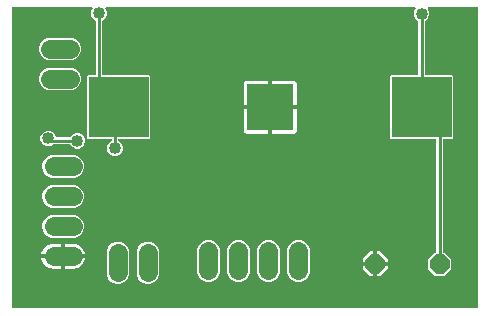
<source format=gbl>
G04 EAGLE Gerber RS-274X export*
G75*
%MOIN*%
%FSLAX36Y36*%
%LPD*%
%INBottom Copper Layer*%
%IPPOS*%
%AMOC8*
5,1,8,0,0,1.08239X$1,22.5*%
G01*
%ADD10C,0.003000*%
%ADD11P,0.069273X8X22.500000*%
%ADD12C,0.064000*%
%ADD13R,0.155906X0.155906*%
%ADD14R,0.200000X0.200000*%
%ADD15C,0.040000*%
%ADD16C,0.010000*%
%ADD17C,0.006000*%
%ADD18C,0.041654*%

G36*
X1561880Y10013D02*
X1561880Y10013D01*
X1561957Y10005D01*
X1562357Y10091D01*
X1562759Y10157D01*
X1562828Y10193D01*
X1562904Y10210D01*
X1563255Y10419D01*
X1563615Y10610D01*
X1563669Y10666D01*
X1563735Y10706D01*
X1564001Y11016D01*
X1564283Y11312D01*
X1564316Y11383D01*
X1564366Y11442D01*
X1564519Y11820D01*
X1564691Y12191D01*
X1564700Y12268D01*
X1564729Y12340D01*
X1564802Y13000D01*
X1564802Y1010622D01*
X1564790Y1010699D01*
X1564798Y1010776D01*
X1564712Y1011175D01*
X1564646Y1011578D01*
X1564610Y1011647D01*
X1564593Y1011722D01*
X1564384Y1012074D01*
X1564193Y1012434D01*
X1564137Y1012488D01*
X1564097Y1012554D01*
X1563787Y1012820D01*
X1563491Y1013102D01*
X1563420Y1013134D01*
X1563361Y1013185D01*
X1562983Y1013338D01*
X1562612Y1013510D01*
X1562535Y1013519D01*
X1562463Y1013548D01*
X1561803Y1013621D01*
X1399341Y1013621D01*
X1399063Y1013576D01*
X1398781Y1013569D01*
X1398588Y1013498D01*
X1398385Y1013465D01*
X1398136Y1013333D01*
X1397871Y1013236D01*
X1397710Y1013108D01*
X1397529Y1013012D01*
X1397335Y1012807D01*
X1397114Y1012631D01*
X1397003Y1012459D01*
X1396862Y1012310D01*
X1396743Y1012054D01*
X1396590Y1011817D01*
X1396540Y1011617D01*
X1396453Y1011431D01*
X1396422Y1011151D01*
X1396353Y1010877D01*
X1396369Y1010673D01*
X1396346Y1010468D01*
X1396406Y1010193D01*
X1396427Y1009912D01*
X1396508Y1009723D01*
X1396551Y1009522D01*
X1396696Y1009279D01*
X1396806Y1009020D01*
X1396982Y1008800D01*
X1397047Y1008690D01*
X1397118Y1008629D01*
X1397220Y1008501D01*
X1398617Y1007105D01*
X1402575Y997548D01*
X1402575Y987204D01*
X1398617Y977648D01*
X1391303Y970334D01*
X1389427Y969557D01*
X1389037Y969316D01*
X1388813Y969182D01*
X1388762Y969155D01*
X1388755Y969147D01*
X1388642Y969080D01*
X1388625Y969060D01*
X1388604Y969047D01*
X1388311Y968694D01*
X1388194Y968557D01*
X1388095Y968453D01*
X1388084Y968428D01*
X1388012Y968344D01*
X1388002Y968320D01*
X1387986Y968300D01*
X1387822Y967873D01*
X1387794Y967806D01*
X1387687Y967574D01*
X1387681Y967526D01*
X1387649Y967446D01*
X1387646Y967415D01*
X1387638Y967396D01*
X1387635Y967320D01*
X1387575Y966786D01*
X1387575Y790102D01*
X1387588Y790026D01*
X1387579Y789949D01*
X1387666Y789549D01*
X1387732Y789146D01*
X1387768Y789078D01*
X1387785Y789002D01*
X1387994Y788651D01*
X1388185Y788290D01*
X1388241Y788237D01*
X1388281Y788170D01*
X1388591Y787904D01*
X1388887Y787623D01*
X1388958Y787590D01*
X1389016Y787539D01*
X1389395Y787387D01*
X1389766Y787214D01*
X1389843Y787206D01*
X1389915Y787177D01*
X1390575Y787103D01*
X1479060Y787103D01*
X1482575Y783588D01*
X1482575Y578617D01*
X1479060Y575102D01*
X1450220Y575102D01*
X1450144Y575089D01*
X1450067Y575098D01*
X1449667Y575011D01*
X1449264Y574945D01*
X1449196Y574909D01*
X1449120Y574892D01*
X1448769Y574683D01*
X1448408Y574492D01*
X1448355Y574436D01*
X1448288Y574396D01*
X1448023Y574086D01*
X1447741Y573790D01*
X1447708Y573719D01*
X1447658Y573661D01*
X1447505Y573282D01*
X1447332Y572911D01*
X1447324Y572834D01*
X1447295Y572762D01*
X1447221Y572102D01*
X1447221Y198874D01*
X1447228Y198830D01*
X1447225Y198800D01*
X1447231Y198773D01*
X1447225Y198720D01*
X1447312Y198320D01*
X1447378Y197918D01*
X1447414Y197849D01*
X1447430Y197773D01*
X1447640Y197422D01*
X1447831Y197062D01*
X1447887Y197008D01*
X1447927Y196942D01*
X1448236Y196676D01*
X1448533Y196394D01*
X1448603Y196361D01*
X1448662Y196311D01*
X1449041Y196158D01*
X1449411Y195986D01*
X1449488Y195977D01*
X1449560Y195948D01*
X1450220Y195875D01*
X1451961Y195875D01*
X1474221Y173614D01*
X1474221Y142134D01*
X1451961Y119873D01*
X1420480Y119873D01*
X1398220Y142134D01*
X1398220Y173614D01*
X1420480Y195875D01*
X1422220Y195875D01*
X1422297Y195887D01*
X1422374Y195879D01*
X1422774Y195965D01*
X1423177Y196031D01*
X1423245Y196067D01*
X1423321Y196084D01*
X1423672Y196293D01*
X1424033Y196484D01*
X1424086Y196540D01*
X1424153Y196580D01*
X1424418Y196890D01*
X1424700Y197186D01*
X1424733Y197257D01*
X1424783Y197316D01*
X1424936Y197694D01*
X1425109Y198065D01*
X1425117Y198142D01*
X1425146Y198214D01*
X1425220Y198874D01*
X1425220Y572102D01*
X1425207Y572179D01*
X1425216Y572256D01*
X1425129Y572656D01*
X1425063Y573058D01*
X1425027Y573127D01*
X1425011Y573203D01*
X1424801Y573554D01*
X1424610Y573915D01*
X1424554Y573968D01*
X1424514Y574035D01*
X1424204Y574300D01*
X1423908Y574582D01*
X1423837Y574615D01*
X1423779Y574665D01*
X1423400Y574818D01*
X1423030Y574990D01*
X1422952Y574999D01*
X1422881Y575028D01*
X1422220Y575102D01*
X1274089Y575102D01*
X1270574Y578617D01*
X1270574Y783588D01*
X1274089Y787103D01*
X1362575Y787103D01*
X1362651Y787116D01*
X1362728Y787107D01*
X1363128Y787194D01*
X1363531Y787259D01*
X1363599Y787296D01*
X1363675Y787312D01*
X1364026Y787522D01*
X1364387Y787712D01*
X1364440Y787769D01*
X1364507Y787808D01*
X1364773Y788118D01*
X1365054Y788415D01*
X1365087Y788485D01*
X1365138Y788544D01*
X1365290Y788923D01*
X1365463Y789293D01*
X1365471Y789370D01*
X1365500Y789442D01*
X1365574Y790102D01*
X1365574Y966786D01*
X1365563Y966854D01*
X1365570Y966919D01*
X1365498Y967251D01*
X1365433Y967694D01*
X1365422Y967717D01*
X1365418Y967742D01*
X1365374Y967825D01*
X1365365Y967866D01*
X1365253Y968053D01*
X1365203Y968147D01*
X1364995Y968557D01*
X1364977Y968576D01*
X1364965Y968598D01*
X1364880Y968679D01*
X1364869Y968697D01*
X1364783Y968771D01*
X1364632Y968914D01*
X1364304Y969236D01*
X1364277Y969251D01*
X1364262Y969266D01*
X1364192Y969298D01*
X1363723Y969557D01*
X1361847Y970334D01*
X1354532Y977648D01*
X1350574Y987204D01*
X1350574Y997548D01*
X1354532Y1007105D01*
X1355929Y1008501D01*
X1356093Y1008730D01*
X1356288Y1008935D01*
X1356375Y1009121D01*
X1356494Y1009288D01*
X1356578Y1009557D01*
X1356696Y1009813D01*
X1356719Y1010017D01*
X1356780Y1010214D01*
X1356772Y1010495D01*
X1356804Y1010776D01*
X1356760Y1010977D01*
X1356755Y1011182D01*
X1356658Y1011446D01*
X1356598Y1011722D01*
X1356493Y1011899D01*
X1356423Y1012092D01*
X1356247Y1012312D01*
X1356102Y1012554D01*
X1355946Y1012688D01*
X1355818Y1012849D01*
X1355580Y1013001D01*
X1355367Y1013185D01*
X1355176Y1013262D01*
X1355003Y1013373D01*
X1354730Y1013442D01*
X1354468Y1013548D01*
X1354188Y1013579D01*
X1354064Y1013610D01*
X1353971Y1013603D01*
X1353808Y1013621D01*
X324813Y1013621D01*
X324535Y1013576D01*
X324253Y1013569D01*
X324060Y1013498D01*
X323857Y1013465D01*
X323608Y1013333D01*
X323343Y1013236D01*
X323183Y1013108D01*
X323001Y1013012D01*
X322807Y1012808D01*
X322587Y1012631D01*
X322475Y1012458D01*
X322334Y1012310D01*
X322215Y1012054D01*
X322062Y1011817D01*
X322012Y1011617D01*
X321925Y1011431D01*
X321894Y1011151D01*
X321825Y1010877D01*
X321841Y1010673D01*
X321818Y1010468D01*
X321878Y1010193D01*
X321900Y1009912D01*
X321980Y1009722D01*
X322023Y1009522D01*
X322168Y1009280D01*
X322278Y1009020D01*
X322454Y1008800D01*
X322520Y1008690D01*
X322591Y1008629D01*
X322693Y1008501D01*
X323220Y1007974D01*
X327178Y998418D01*
X327178Y988074D01*
X323220Y978518D01*
X315906Y971204D01*
X314030Y970427D01*
X313640Y970185D01*
X313245Y969949D01*
X313228Y969930D01*
X313206Y969916D01*
X312914Y969563D01*
X312615Y969214D01*
X312605Y969190D01*
X312589Y969170D01*
X312424Y968743D01*
X312252Y968316D01*
X312248Y968285D01*
X312241Y968266D01*
X312238Y968189D01*
X312178Y967656D01*
X312178Y790102D01*
X312191Y790026D01*
X312182Y789949D01*
X312269Y789549D01*
X312335Y789146D01*
X312371Y789078D01*
X312387Y789002D01*
X312597Y788651D01*
X312788Y788290D01*
X312844Y788237D01*
X312884Y788170D01*
X313193Y787904D01*
X313490Y787623D01*
X313560Y787590D01*
X313619Y787539D01*
X313998Y787387D01*
X314368Y787214D01*
X314445Y787206D01*
X314517Y787177D01*
X315177Y787103D01*
X469218Y787103D01*
X472733Y783588D01*
X472733Y578617D01*
X469218Y575102D01*
X368331Y575102D01*
X368254Y575089D01*
X368177Y575098D01*
X367777Y575011D01*
X367375Y574945D01*
X367306Y574909D01*
X367230Y574892D01*
X366879Y574683D01*
X366518Y574492D01*
X366465Y574436D01*
X366398Y574396D01*
X366133Y574086D01*
X365851Y573790D01*
X365818Y573719D01*
X365768Y573661D01*
X365615Y573282D01*
X365443Y572911D01*
X365434Y572834D01*
X365405Y572762D01*
X365331Y572102D01*
X365331Y568897D01*
X365406Y568443D01*
X365472Y567990D01*
X365484Y567967D01*
X365488Y567941D01*
X365703Y567534D01*
X365910Y567126D01*
X365929Y567108D01*
X365941Y567085D01*
X366273Y566769D01*
X366601Y566447D01*
X366628Y566432D01*
X366643Y566418D01*
X366713Y566385D01*
X367183Y566126D01*
X369059Y565349D01*
X376373Y558035D01*
X380331Y548479D01*
X380331Y538135D01*
X376373Y528579D01*
X369059Y521265D01*
X359503Y517306D01*
X349159Y517306D01*
X339602Y521265D01*
X332288Y528579D01*
X328330Y538135D01*
X328330Y548479D01*
X332288Y558035D01*
X339602Y565349D01*
X341478Y566126D01*
X341868Y566368D01*
X342263Y566604D01*
X342280Y566623D01*
X342302Y566637D01*
X342594Y566990D01*
X342893Y567339D01*
X342903Y567363D01*
X342920Y567383D01*
X343084Y567810D01*
X343256Y568237D01*
X343260Y568268D01*
X343267Y568287D01*
X343271Y568364D01*
X343330Y568897D01*
X343330Y572102D01*
X343317Y572179D01*
X343326Y572256D01*
X343239Y572656D01*
X343173Y573058D01*
X343137Y573127D01*
X343121Y573203D01*
X342911Y573554D01*
X342720Y573915D01*
X342664Y573968D01*
X342625Y574035D01*
X342315Y574300D01*
X342018Y574582D01*
X341948Y574615D01*
X341889Y574665D01*
X341510Y574818D01*
X341140Y574990D01*
X341063Y574999D01*
X340991Y575028D01*
X340331Y575102D01*
X264247Y575102D01*
X260732Y578617D01*
X260732Y783588D01*
X264247Y787103D01*
X287178Y787103D01*
X287254Y787116D01*
X287331Y787107D01*
X287731Y787194D01*
X288134Y787259D01*
X288202Y787296D01*
X288278Y787312D01*
X288629Y787522D01*
X288990Y787712D01*
X289043Y787769D01*
X289110Y787808D01*
X289375Y788118D01*
X289657Y788415D01*
X289690Y788485D01*
X289740Y788544D01*
X289893Y788923D01*
X290066Y789293D01*
X290074Y789370D01*
X290103Y789442D01*
X290177Y790102D01*
X290177Y967656D01*
X290102Y968110D01*
X290036Y968563D01*
X290024Y968586D01*
X290020Y968612D01*
X289806Y969017D01*
X289598Y969427D01*
X289579Y969445D01*
X289567Y969468D01*
X289235Y969784D01*
X288907Y970106D01*
X288880Y970121D01*
X288865Y970135D01*
X288795Y970168D01*
X288325Y970427D01*
X286449Y971204D01*
X279135Y978518D01*
X275177Y988074D01*
X275177Y998418D01*
X279135Y1007974D01*
X279662Y1008501D01*
X279827Y1008730D01*
X280021Y1008935D01*
X280108Y1009121D01*
X280228Y1009288D01*
X280311Y1009558D01*
X280430Y1009813D01*
X280452Y1010017D01*
X280513Y1010213D01*
X280506Y1010495D01*
X280537Y1010776D01*
X280493Y1010977D01*
X280488Y1011182D01*
X280391Y1011447D01*
X280332Y1011722D01*
X280226Y1011899D01*
X280156Y1012092D01*
X279980Y1012312D01*
X279835Y1012554D01*
X279679Y1012688D01*
X279551Y1012849D01*
X279314Y1013001D01*
X279100Y1013185D01*
X278909Y1013262D01*
X278736Y1013373D01*
X278463Y1013442D01*
X278202Y1013548D01*
X277922Y1013579D01*
X277797Y1013610D01*
X277704Y1013603D01*
X277541Y1013621D01*
X13000Y1013621D01*
X12923Y1013609D01*
X12846Y1013617D01*
X12446Y1013531D01*
X12044Y1013465D01*
X11975Y1013429D01*
X11899Y1013412D01*
X11548Y1013203D01*
X11188Y1013012D01*
X11134Y1012956D01*
X11068Y1012916D01*
X10802Y1012606D01*
X10520Y1012310D01*
X10487Y1012239D01*
X10437Y1012180D01*
X10284Y1011802D01*
X10112Y1011431D01*
X10103Y1011354D01*
X10074Y1011282D01*
X10001Y1010622D01*
X10001Y13000D01*
X10013Y12923D01*
X10005Y12846D01*
X10091Y12446D01*
X10157Y12044D01*
X10193Y11975D01*
X10210Y11899D01*
X10419Y11548D01*
X10610Y11188D01*
X10666Y11134D01*
X10706Y11068D01*
X11016Y10802D01*
X11312Y10520D01*
X11383Y10487D01*
X11442Y10437D01*
X11820Y10284D01*
X12191Y10112D01*
X12268Y10103D01*
X12340Y10074D01*
X13000Y10001D01*
X1561803Y10001D01*
X1561880Y10013D01*
G37*
%LPC*%
G36*
X131701Y837196D02*
X131701Y837196D01*
X117734Y842981D01*
X107044Y853671D01*
X101259Y867638D01*
X101259Y882756D01*
X107044Y896722D01*
X117734Y907412D01*
X131701Y913197D01*
X210819Y913197D01*
X224785Y907412D01*
X235475Y896722D01*
X241260Y882756D01*
X241260Y867638D01*
X235475Y853671D01*
X224785Y842981D01*
X210819Y837196D01*
X131701Y837196D01*
G37*
%LPD*%
%LPC*%
G36*
X131701Y737196D02*
X131701Y737196D01*
X117734Y742981D01*
X107044Y753671D01*
X101259Y767638D01*
X101259Y782756D01*
X107044Y796722D01*
X117734Y807412D01*
X131701Y813197D01*
X210819Y813197D01*
X224785Y807412D01*
X235475Y796722D01*
X241260Y782756D01*
X241260Y767638D01*
X235475Y753671D01*
X224785Y742981D01*
X210819Y737196D01*
X131701Y737196D01*
G37*
%LPD*%
%LPC*%
G36*
X141937Y446251D02*
X141937Y446251D01*
X127970Y452036D01*
X117281Y462726D01*
X111495Y476693D01*
X111495Y491811D01*
X117281Y505777D01*
X127970Y516467D01*
X141937Y522253D01*
X221055Y522253D01*
X235022Y516467D01*
X245711Y505777D01*
X251497Y491811D01*
X251497Y476693D01*
X245711Y462726D01*
X235022Y452036D01*
X221055Y446251D01*
X141937Y446251D01*
G37*
%LPD*%
%LPC*%
G36*
X141937Y346251D02*
X141937Y346251D01*
X127970Y352036D01*
X117281Y362726D01*
X111495Y376693D01*
X111495Y391811D01*
X117281Y405777D01*
X127970Y416467D01*
X141937Y422253D01*
X221055Y422253D01*
X235022Y416467D01*
X245711Y405777D01*
X251497Y391811D01*
X251497Y376693D01*
X245711Y362726D01*
X235022Y352036D01*
X221055Y346251D01*
X141937Y346251D01*
G37*
%LPD*%
%LPC*%
G36*
X141937Y246251D02*
X141937Y246251D01*
X127970Y252036D01*
X117281Y262726D01*
X111495Y276693D01*
X111495Y291811D01*
X117281Y305777D01*
X127970Y316467D01*
X141937Y322253D01*
X221055Y322253D01*
X235022Y316467D01*
X245711Y305777D01*
X251497Y291811D01*
X251497Y276693D01*
X245711Y262726D01*
X235022Y252036D01*
X221055Y246251D01*
X141937Y246251D01*
G37*
%LPD*%
%LPC*%
G36*
X958189Y98897D02*
X958189Y98897D01*
X944222Y104682D01*
X933532Y115372D01*
X927747Y129339D01*
X927747Y208457D01*
X933532Y222423D01*
X944222Y233113D01*
X958189Y238898D01*
X973307Y238898D01*
X987273Y233113D01*
X997963Y222423D01*
X1003749Y208457D01*
X1003749Y129339D01*
X997963Y115372D01*
X987273Y104682D01*
X973307Y98897D01*
X958189Y98897D01*
G37*
%LPD*%
%LPC*%
G36*
X858189Y98897D02*
X858189Y98897D01*
X844222Y104682D01*
X833532Y115372D01*
X827747Y129339D01*
X827747Y208457D01*
X833532Y222423D01*
X844222Y233113D01*
X858189Y238898D01*
X873307Y238898D01*
X887273Y233113D01*
X897963Y222423D01*
X903749Y208457D01*
X903749Y129339D01*
X897963Y115372D01*
X887273Y104682D01*
X873307Y98897D01*
X858189Y98897D01*
G37*
%LPD*%
%LPC*%
G36*
X758189Y98897D02*
X758189Y98897D01*
X744222Y104682D01*
X733532Y115372D01*
X727747Y129339D01*
X727747Y208457D01*
X733532Y222423D01*
X744222Y233113D01*
X758189Y238898D01*
X773307Y238898D01*
X787273Y233113D01*
X797963Y222423D01*
X803749Y208457D01*
X803749Y129339D01*
X797963Y115372D01*
X787273Y104682D01*
X773307Y98897D01*
X758189Y98897D01*
G37*
%LPD*%
%LPC*%
G36*
X658189Y98897D02*
X658189Y98897D01*
X644222Y104682D01*
X633532Y115372D01*
X627747Y129339D01*
X627747Y208457D01*
X633532Y222423D01*
X644222Y233113D01*
X658189Y238898D01*
X673307Y238898D01*
X687273Y233113D01*
X697963Y222423D01*
X703749Y208457D01*
X703749Y129339D01*
X697963Y115372D01*
X687273Y104682D01*
X673307Y98897D01*
X658189Y98897D01*
G37*
%LPD*%
%LPC*%
G36*
X456614Y92991D02*
X456614Y92991D01*
X442648Y98777D01*
X431958Y109467D01*
X426172Y123433D01*
X426172Y202551D01*
X431958Y216518D01*
X442648Y227208D01*
X456614Y232993D01*
X471732Y232993D01*
X485699Y227208D01*
X496389Y216518D01*
X502174Y202551D01*
X502174Y123433D01*
X496389Y109467D01*
X485699Y98777D01*
X471732Y92991D01*
X456614Y92991D01*
G37*
%LPD*%
%LPC*%
G36*
X356614Y92991D02*
X356614Y92991D01*
X342648Y98777D01*
X331958Y109467D01*
X326172Y123433D01*
X326172Y202551D01*
X331958Y216518D01*
X342648Y227208D01*
X356614Y232993D01*
X371732Y232993D01*
X385699Y227208D01*
X396389Y216518D01*
X402174Y202551D01*
X402174Y123433D01*
X396389Y109467D01*
X385699Y98777D01*
X371732Y92991D01*
X356614Y92991D01*
G37*
%LPD*%
%LPC*%
G36*
X877652Y687101D02*
X877652Y687101D01*
X877652Y769056D01*
X950923Y769056D01*
X953466Y768374D01*
X955747Y767058D01*
X957609Y765196D01*
X958925Y762915D01*
X959607Y760372D01*
X959607Y687101D01*
X877652Y687101D01*
G37*
%LPD*%
%LPC*%
G36*
X783700Y687101D02*
X783700Y687101D01*
X783700Y760372D01*
X784382Y762915D01*
X785698Y765196D01*
X787560Y767058D01*
X789841Y768374D01*
X792384Y769056D01*
X865654Y769056D01*
X865654Y687101D01*
X783700Y687101D01*
G37*
%LPD*%
%LPC*%
G36*
X877652Y593149D02*
X877652Y593149D01*
X877652Y675103D01*
X959607Y675103D01*
X959607Y601833D01*
X958925Y599289D01*
X957609Y597009D01*
X955747Y595147D01*
X953466Y593830D01*
X950923Y593149D01*
X877652Y593149D01*
G37*
%LPD*%
%LPC*%
G36*
X792384Y593149D02*
X792384Y593149D01*
X789841Y593830D01*
X787560Y595147D01*
X785698Y597009D01*
X784382Y599289D01*
X783700Y601833D01*
X783700Y675103D01*
X865654Y675103D01*
X865654Y593149D01*
X792384Y593149D01*
G37*
%LPD*%
%LPC*%
G36*
X223174Y542897D02*
X223174Y542897D01*
X213618Y546855D01*
X206304Y554169D01*
X205527Y556045D01*
X205286Y556435D01*
X205050Y556830D01*
X205030Y556847D01*
X205017Y556869D01*
X204664Y557161D01*
X204314Y557460D01*
X204290Y557470D01*
X204270Y557486D01*
X203843Y557651D01*
X203416Y557823D01*
X203385Y557827D01*
X203366Y557834D01*
X203290Y557837D01*
X202756Y557897D01*
X151028Y557897D01*
X150674Y557839D01*
X150318Y557812D01*
X150199Y557761D01*
X150072Y557740D01*
X149756Y557573D01*
X149426Y557433D01*
X149298Y557331D01*
X149216Y557287D01*
X149128Y557195D01*
X148907Y557018D01*
X146618Y554729D01*
X137062Y550771D01*
X126718Y550771D01*
X117162Y554729D01*
X109847Y562043D01*
X105889Y571600D01*
X105889Y581944D01*
X109847Y591500D01*
X117162Y598814D01*
X126718Y602772D01*
X137062Y602772D01*
X146618Y598814D01*
X153932Y591500D01*
X157971Y581750D01*
X158212Y581360D01*
X158448Y580965D01*
X158467Y580948D01*
X158481Y580926D01*
X158834Y580634D01*
X159183Y580335D01*
X159207Y580325D01*
X159227Y580309D01*
X159654Y580144D01*
X160081Y579972D01*
X160112Y579968D01*
X160131Y579961D01*
X160208Y579958D01*
X160742Y579898D01*
X202756Y579898D01*
X203211Y579973D01*
X203664Y580039D01*
X203687Y580051D01*
X203712Y580055D01*
X204117Y580269D01*
X204527Y580477D01*
X204546Y580496D01*
X204568Y580508D01*
X204884Y580840D01*
X205206Y581168D01*
X205221Y581195D01*
X205236Y581210D01*
X205268Y581280D01*
X205527Y581750D01*
X206304Y583626D01*
X213618Y590940D01*
X223174Y594898D01*
X233518Y594898D01*
X243075Y590940D01*
X250389Y583626D01*
X254347Y574070D01*
X254347Y563726D01*
X250389Y554169D01*
X243075Y546855D01*
X233518Y542897D01*
X223174Y542897D01*
G37*
%LPD*%
%LPC*%
G36*
X187495Y190251D02*
X187495Y190251D01*
X187495Y226253D01*
X216802Y226253D01*
X223331Y225218D01*
X229618Y223176D01*
X235509Y220174D01*
X240857Y216288D01*
X245532Y211613D01*
X249418Y206265D01*
X252420Y200374D01*
X254462Y194087D01*
X255070Y190251D01*
X187495Y190251D01*
G37*
%LPD*%
%LPC*%
G36*
X107922Y190251D02*
X107922Y190251D01*
X108530Y194087D01*
X110572Y200374D01*
X113574Y206265D01*
X117460Y211613D01*
X122135Y216288D01*
X127483Y220174D01*
X133374Y223176D01*
X139661Y225218D01*
X146190Y226253D01*
X175497Y226253D01*
X175497Y190251D01*
X107922Y190251D01*
G37*
%LPD*%
%LPC*%
G36*
X187495Y142251D02*
X187495Y142251D01*
X187495Y178253D01*
X255070Y178253D01*
X254462Y174417D01*
X252420Y168129D01*
X249418Y162238D01*
X245532Y156891D01*
X240857Y152215D01*
X235509Y148330D01*
X229618Y145328D01*
X223331Y143285D01*
X216802Y142251D01*
X187495Y142251D01*
G37*
%LPD*%
%LPC*%
G36*
X146190Y142251D02*
X146190Y142251D01*
X139661Y143285D01*
X133374Y145328D01*
X127483Y148330D01*
X122135Y152215D01*
X117460Y156891D01*
X113574Y162238D01*
X110572Y168129D01*
X108530Y174417D01*
X107922Y178253D01*
X175497Y178253D01*
X175497Y142251D01*
X146190Y142251D01*
G37*
%LPD*%
%LPC*%
G36*
X1227653Y164660D02*
X1227653Y164660D01*
X1227653Y200662D01*
X1239051Y200662D01*
X1263654Y176059D01*
X1263654Y164660D01*
X1227653Y164660D01*
G37*
%LPD*%
%LPC*%
G36*
X1179653Y164660D02*
X1179653Y164660D01*
X1179653Y176059D01*
X1204256Y200662D01*
X1215654Y200662D01*
X1215654Y164660D01*
X1179653Y164660D01*
G37*
%LPD*%
%LPC*%
G36*
X1227653Y116661D02*
X1227653Y116661D01*
X1227653Y152662D01*
X1263654Y152662D01*
X1263654Y141264D01*
X1239051Y116661D01*
X1227653Y116661D01*
G37*
%LPD*%
%LPC*%
G36*
X1204256Y116661D02*
X1204256Y116661D01*
X1179653Y141264D01*
X1179653Y152662D01*
X1215654Y152662D01*
X1215654Y116661D01*
X1204256Y116661D01*
G37*
%LPD*%
%LPC*%
G36*
X181495Y184251D02*
X181495Y184251D01*
X181495Y184253D01*
X181497Y184253D01*
X181497Y184251D01*
X181495Y184251D01*
G37*
%LPD*%
%LPC*%
G36*
X1221652Y158660D02*
X1221652Y158660D01*
X1221652Y158663D01*
X1221655Y158663D01*
X1221655Y158660D01*
X1221652Y158660D01*
G37*
%LPD*%
%LPC*%
G36*
X871652Y681101D02*
X871652Y681101D01*
X871652Y681103D01*
X871655Y681103D01*
X871655Y681101D01*
X871652Y681101D01*
G37*
%LPD*%
D10*
X99398Y282996D02*
X70398Y292663D01*
X99398Y302329D01*
D11*
X1436220Y157874D03*
X1221654Y158661D03*
D12*
X213496Y184252D02*
X149496Y184252D01*
X149496Y284252D02*
X213496Y284252D01*
X213496Y384252D02*
X149496Y384252D01*
X149496Y484252D02*
X213496Y484252D01*
X665748Y200898D02*
X665748Y136898D01*
X765748Y136898D02*
X765748Y200898D01*
X865748Y200898D02*
X865748Y136898D01*
X965748Y136898D02*
X965748Y200898D01*
X203260Y775197D02*
X139260Y775197D01*
X139260Y875197D02*
X203260Y875197D01*
X364173Y194992D02*
X364173Y130992D01*
X464173Y130992D02*
X464173Y194992D01*
D13*
X871654Y681102D03*
D14*
X366732Y681102D03*
X1376575Y681102D03*
D15*
X228346Y568898D03*
D16*
X139764Y568898D01*
X131890Y576772D01*
D15*
X131890Y576772D03*
D16*
X1436220Y621457D02*
X1436220Y157874D01*
X1436220Y621457D02*
X1376575Y681102D01*
D17*
X1282087Y775591D01*
D16*
X1376575Y681102D02*
X1376575Y992376D01*
D15*
X301178Y993246D03*
D16*
X301178Y746657D01*
X366732Y681102D01*
X366732Y637795D02*
X366732Y589961D01*
X366732Y637795D02*
X366732Y681102D01*
D15*
X354331Y543307D03*
D16*
X354331Y625394D01*
X366732Y637795D01*
D15*
X1376575Y992376D03*
D18*
X728346Y850394D03*
X775591Y555118D03*
M02*

</source>
